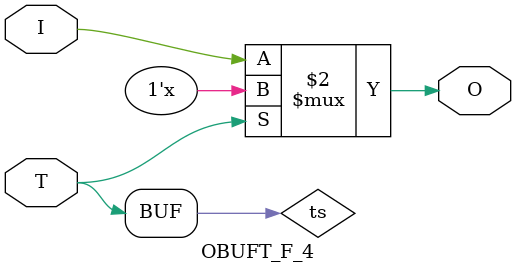
<source format=v>

/*

FUNCTION	: TRI-STATE OUTPUT BUFFER

*/

`celldefine
`timescale  100 ps / 10 ps

module OBUFT_F_4 (O, I, T);

    output O;

    input  I, T;

    or O1 (ts, 1'b0, T);
    bufif0 T1 (O, I, ts);

endmodule

</source>
